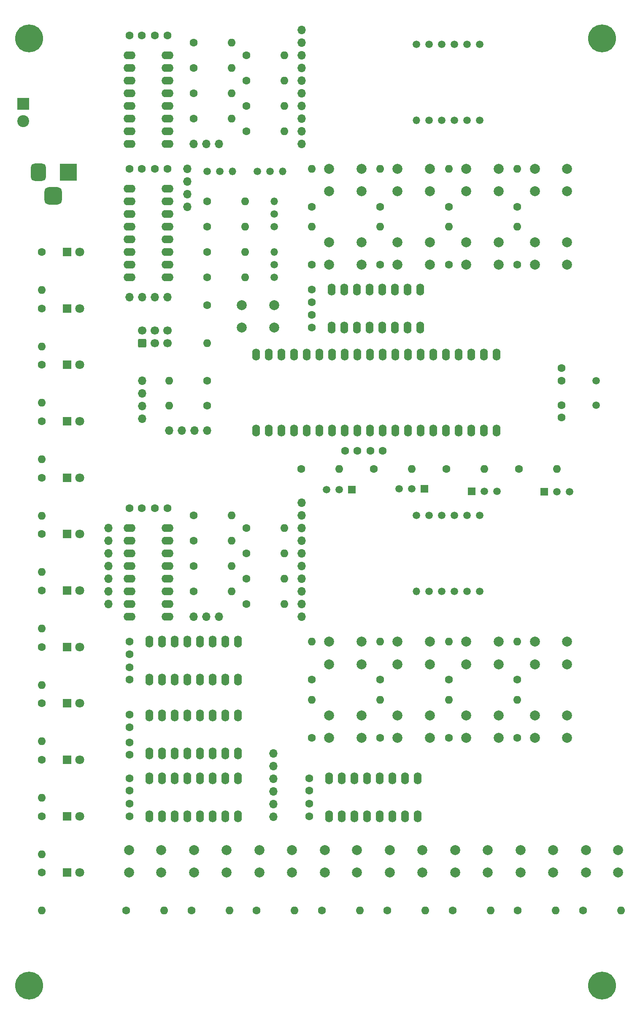
<source format=gbs>
G04 #@! TF.GenerationSoftware,KiCad,Pcbnew,(6.0.7)*
G04 #@! TF.CreationDate,2022-08-11T21:25:13+02:00*
G04 #@! TF.ProjectId,magic_counter,6d616769-635f-4636-9f75-6e7465722e6b,rev?*
G04 #@! TF.SameCoordinates,Original*
G04 #@! TF.FileFunction,Soldermask,Bot*
G04 #@! TF.FilePolarity,Negative*
%FSLAX46Y46*%
G04 Gerber Fmt 4.6, Leading zero omitted, Abs format (unit mm)*
G04 Created by KiCad (PCBNEW (6.0.7)) date 2022-08-11 21:25:13*
%MOMM*%
%LPD*%
G01*
G04 APERTURE LIST*
G04 Aperture macros list*
%AMRoundRect*
0 Rectangle with rounded corners*
0 $1 Rounding radius*
0 $2 $3 $4 $5 $6 $7 $8 $9 X,Y pos of 4 corners*
0 Add a 4 corners polygon primitive as box body*
4,1,4,$2,$3,$4,$5,$6,$7,$8,$9,$2,$3,0*
0 Add four circle primitives for the rounded corners*
1,1,$1+$1,$2,$3*
1,1,$1+$1,$4,$5*
1,1,$1+$1,$6,$7*
1,1,$1+$1,$8,$9*
0 Add four rect primitives between the rounded corners*
20,1,$1+$1,$2,$3,$4,$5,0*
20,1,$1+$1,$4,$5,$6,$7,0*
20,1,$1+$1,$6,$7,$8,$9,0*
20,1,$1+$1,$8,$9,$2,$3,0*%
G04 Aperture macros list end*
%ADD10C,1.600000*%
%ADD11O,1.600000X1.600000*%
%ADD12C,2.000000*%
%ADD13R,1.800000X1.800000*%
%ADD14C,1.800000*%
%ADD15C,5.600000*%
%ADD16C,1.500000*%
%ADD17O,1.700000X1.700000*%
%ADD18R,1.500000X1.500000*%
%ADD19R,3.500000X3.500000*%
%ADD20RoundRect,0.750000X-0.750000X-1.000000X0.750000X-1.000000X0.750000X1.000000X-0.750000X1.000000X0*%
%ADD21RoundRect,0.875000X-0.875000X-0.875000X0.875000X-0.875000X0.875000X0.875000X-0.875000X0.875000X0*%
%ADD22O,1.600000X2.400000*%
%ADD23O,1.500000X1.500000*%
%ADD24R,2.400000X2.400000*%
%ADD25C,2.400000*%
%ADD26O,2.400000X1.600000*%
%ADD27RoundRect,0.250000X0.600000X-0.600000X0.600000X0.600000X-0.600000X0.600000X-0.600000X-0.600000X0*%
%ADD28C,1.700000*%
G04 APERTURE END LIST*
D10*
X81490000Y-43372500D03*
D11*
X89110000Y-43372500D03*
D10*
X70930000Y-130627500D03*
D11*
X78550000Y-130627500D03*
D10*
X73615000Y-67612500D03*
D11*
X81235000Y-67612500D03*
D10*
X40455000Y-140585500D03*
D11*
X40455000Y-148205500D03*
D10*
X92490000Y-116225000D03*
D11*
X100110000Y-116225000D03*
D12*
X77500000Y-197163500D03*
X71000000Y-197163500D03*
X77500000Y-192663500D03*
X71000000Y-192663500D03*
X111826666Y-165607500D03*
X118326666Y-165607500D03*
X111826666Y-170107500D03*
X118326666Y-170107500D03*
X145860000Y-165607500D03*
X139360000Y-165607500D03*
X145860000Y-170107500D03*
X139360000Y-170107500D03*
D10*
X135860000Y-63612500D03*
D11*
X135860000Y-55992500D03*
D13*
X45455000Y-129270000D03*
D14*
X47995000Y-129270000D03*
D12*
X156100000Y-197163500D03*
X149600000Y-197163500D03*
X156100000Y-192663500D03*
X149600000Y-192663500D03*
X132093332Y-150867500D03*
X125593332Y-150867500D03*
X132093332Y-155367500D03*
X125593332Y-155367500D03*
D10*
X60495000Y-29212500D03*
X57995000Y-29212500D03*
X121623332Y-116225000D03*
D11*
X129243332Y-116225000D03*
D15*
X37892700Y-29848300D03*
D10*
X57995000Y-180727500D03*
X57995000Y-178227500D03*
X63115000Y-124087500D03*
X65615000Y-124087500D03*
D16*
X151705000Y-98500000D03*
X151705000Y-103380000D03*
D12*
X103700000Y-197163500D03*
X97200000Y-197163500D03*
X103700000Y-192663500D03*
X97200000Y-192663500D03*
D10*
X81490000Y-48452500D03*
D11*
X89110000Y-48452500D03*
D12*
X132093332Y-55992500D03*
X125593332Y-55992500D03*
X125593332Y-60492500D03*
X132093332Y-60492500D03*
D10*
X73615000Y-77772500D03*
D11*
X81235000Y-77772500D03*
D10*
X70930000Y-135707500D03*
D11*
X78550000Y-135707500D03*
D12*
X111826666Y-55992500D03*
X118326666Y-55992500D03*
X111826666Y-60492500D03*
X118326666Y-60492500D03*
D10*
X73615000Y-83340000D03*
D11*
X73615000Y-90960000D03*
D10*
X107056666Y-116225000D03*
D11*
X114676666Y-116225000D03*
D17*
X92580000Y-123007500D03*
X92580000Y-125547500D03*
X92580000Y-128087500D03*
X92580000Y-130627500D03*
X92580000Y-133167500D03*
X92580000Y-135707500D03*
X92580000Y-138247500D03*
X92580000Y-140787500D03*
X92580000Y-143327500D03*
X92580000Y-145867500D03*
D18*
X117216666Y-120190000D03*
D16*
X114676666Y-120190000D03*
X112136666Y-120190000D03*
D10*
X40455000Y-72692500D03*
D11*
X40455000Y-80312500D03*
D12*
X104560000Y-155367500D03*
X98060000Y-155367500D03*
X98060000Y-150867500D03*
X104560000Y-150867500D03*
D17*
X92580000Y-28132500D03*
X92580000Y-30672500D03*
X92580000Y-33212500D03*
X92580000Y-35752500D03*
X92580000Y-38292500D03*
X92580000Y-40832500D03*
X92580000Y-43372500D03*
X92580000Y-45912500D03*
X92580000Y-48452500D03*
X92580000Y-50992500D03*
D10*
X57995000Y-153367500D03*
X57995000Y-150867500D03*
X57995000Y-168020000D03*
X57995000Y-165520000D03*
X108326666Y-170107500D03*
D11*
X108326666Y-162487500D03*
D10*
X106345000Y-112530000D03*
X108845000Y-112530000D03*
X70440000Y-204783500D03*
D11*
X78060000Y-204783500D03*
D10*
X40455000Y-151901000D03*
D11*
X40455000Y-159521000D03*
D10*
X40455000Y-117954500D03*
D11*
X40455000Y-125574500D03*
D15*
X152892700Y-219848300D03*
D10*
X57995000Y-183347500D03*
X57995000Y-185847500D03*
X122093332Y-75220000D03*
D11*
X122093332Y-67600000D03*
D10*
X109740000Y-204783500D03*
D11*
X117360000Y-204783500D03*
D10*
X73615000Y-72692500D03*
D11*
X81235000Y-72692500D03*
D10*
X40455000Y-174532000D03*
D11*
X40455000Y-182152000D03*
D10*
X40455000Y-106639000D03*
D11*
X40455000Y-114259000D03*
D10*
X144705000Y-103380000D03*
X144705000Y-105880000D03*
D19*
X45730000Y-56700500D03*
D20*
X39730000Y-56700500D03*
D21*
X42730000Y-61400500D03*
D10*
X108326666Y-63612500D03*
D11*
X108326666Y-55992500D03*
D12*
X118326666Y-150867500D03*
X111826666Y-150867500D03*
X118326666Y-155367500D03*
X111826666Y-155367500D03*
D10*
X70930000Y-40832500D03*
D11*
X78550000Y-40832500D03*
D12*
X136500000Y-197163500D03*
X143000000Y-197163500D03*
X143000000Y-192663500D03*
X136500000Y-192663500D03*
D10*
X57995000Y-155987500D03*
X57995000Y-158487500D03*
D13*
X45455000Y-140585500D03*
D14*
X47995000Y-140585500D03*
D10*
X40455000Y-163216500D03*
D11*
X40455000Y-170836500D03*
D10*
X40455000Y-84008000D03*
D11*
X40455000Y-91628000D03*
D13*
X45455000Y-174532000D03*
D14*
X47995000Y-174532000D03*
D10*
X122093332Y-63612500D03*
D11*
X122093332Y-55992500D03*
D12*
X145860000Y-55992500D03*
X139360000Y-55992500D03*
X145860000Y-60492500D03*
X139360000Y-60492500D03*
D22*
X83445000Y-108530000D03*
X85985000Y-108530000D03*
X88525000Y-108530000D03*
X91065000Y-108530000D03*
X93605000Y-108530000D03*
X96145000Y-108530000D03*
X98685000Y-108530000D03*
X101225000Y-108530000D03*
X103765000Y-108530000D03*
X106305000Y-108530000D03*
X108845000Y-108530000D03*
X111385000Y-108530000D03*
X113925000Y-108530000D03*
X116465000Y-108530000D03*
X119005000Y-108530000D03*
X121545000Y-108530000D03*
X124085000Y-108530000D03*
X126625000Y-108530000D03*
X129165000Y-108530000D03*
X131705000Y-108530000D03*
X131705000Y-93290000D03*
X129165000Y-93290000D03*
X126625000Y-93290000D03*
X124085000Y-93290000D03*
X121545000Y-93290000D03*
X119005000Y-93290000D03*
X116465000Y-93290000D03*
X113925000Y-93290000D03*
X111385000Y-93290000D03*
X108845000Y-93290000D03*
X106305000Y-93290000D03*
X103765000Y-93290000D03*
X101225000Y-93290000D03*
X98685000Y-93290000D03*
X96145000Y-93290000D03*
X93605000Y-93290000D03*
X91065000Y-93290000D03*
X88525000Y-93290000D03*
X85985000Y-93290000D03*
X83445000Y-93290000D03*
D12*
X64400000Y-197163500D03*
X57900000Y-197163500D03*
X64400000Y-192663500D03*
X57900000Y-192663500D03*
D23*
X115610000Y-140787500D03*
D16*
X118150000Y-140787500D03*
X120690000Y-140787500D03*
X123230000Y-140787500D03*
X125770000Y-140787500D03*
X128310000Y-140787500D03*
X128310000Y-125547500D03*
X125770000Y-125547500D03*
X123230000Y-125547500D03*
X120690000Y-125547500D03*
X118150000Y-125547500D03*
X115610000Y-125547500D03*
D22*
X61995000Y-173227500D03*
X64535000Y-173227500D03*
X67075000Y-173227500D03*
X69615000Y-173227500D03*
X72155000Y-173227500D03*
X74695000Y-173227500D03*
X77235000Y-173227500D03*
X79775000Y-173227500D03*
X79775000Y-165607500D03*
X77235000Y-165607500D03*
X74695000Y-165607500D03*
X72155000Y-165607500D03*
X69615000Y-165607500D03*
X67075000Y-165607500D03*
X64535000Y-165607500D03*
X61995000Y-165607500D03*
D24*
X36720000Y-42926000D03*
D25*
X36720000Y-46426000D03*
D10*
X108326666Y-75220000D03*
D11*
X108326666Y-67600000D03*
D10*
X57995000Y-171030000D03*
X57995000Y-173530000D03*
X70930000Y-45912500D03*
D11*
X78550000Y-45912500D03*
D10*
X103765000Y-112530000D03*
X101265000Y-112530000D03*
D13*
X45455000Y-84008000D03*
D14*
X47995000Y-84008000D03*
D10*
X83540000Y-204783500D03*
D11*
X91160000Y-204783500D03*
D12*
X132093332Y-70720000D03*
X125593332Y-70720000D03*
X125593332Y-75220000D03*
X132093332Y-75220000D03*
D10*
X40455000Y-185847500D03*
D11*
X40455000Y-193467500D03*
D10*
X81490000Y-128087500D03*
D11*
X89110000Y-128087500D03*
D17*
X70930000Y-145867500D03*
X73470000Y-145867500D03*
X76010000Y-145867500D03*
D10*
X94560000Y-82720000D03*
X94560000Y-80220000D03*
D17*
X70930000Y-50992500D03*
X73470000Y-50992500D03*
X76010000Y-50992500D03*
D10*
X40455000Y-197163500D03*
D11*
X40455000Y-204783500D03*
D22*
X61995000Y-185847500D03*
X64535000Y-185847500D03*
X67075000Y-185847500D03*
X69615000Y-185847500D03*
X72155000Y-185847500D03*
X74695000Y-185847500D03*
X77235000Y-185847500D03*
X79775000Y-185847500D03*
X79775000Y-178227500D03*
X77235000Y-178227500D03*
X74695000Y-178227500D03*
X72155000Y-178227500D03*
X69615000Y-178227500D03*
X67075000Y-178227500D03*
X64535000Y-178227500D03*
X61995000Y-178227500D03*
X98560000Y-87840000D03*
X101100000Y-87840000D03*
X103640000Y-87840000D03*
X106180000Y-87840000D03*
X108720000Y-87840000D03*
X111260000Y-87840000D03*
X113800000Y-87840000D03*
X116340000Y-87840000D03*
X116340000Y-80220000D03*
X113800000Y-80220000D03*
X111260000Y-80220000D03*
X108720000Y-80220000D03*
X106180000Y-80220000D03*
X103640000Y-80220000D03*
X101100000Y-80220000D03*
X98560000Y-80220000D03*
D10*
X70930000Y-125547500D03*
D11*
X78550000Y-125547500D03*
D12*
X98060000Y-55992500D03*
X104560000Y-55992500D03*
X104560000Y-60492500D03*
X98060000Y-60492500D03*
D22*
X98060000Y-185847500D03*
X100600000Y-185847500D03*
X103140000Y-185847500D03*
X105680000Y-185847500D03*
X108220000Y-185847500D03*
X110760000Y-185847500D03*
X113300000Y-185847500D03*
X115840000Y-185847500D03*
X115840000Y-178227500D03*
X113300000Y-178227500D03*
X110760000Y-178227500D03*
X108220000Y-178227500D03*
X105680000Y-178227500D03*
X103140000Y-178227500D03*
X100600000Y-178227500D03*
X98060000Y-178227500D03*
D26*
X57995000Y-128087500D03*
X57995000Y-130627500D03*
X57995000Y-133167500D03*
X57995000Y-135707500D03*
X57995000Y-138247500D03*
X57995000Y-140787500D03*
X57995000Y-143327500D03*
X57995000Y-145867500D03*
X65615000Y-145867500D03*
X65615000Y-143327500D03*
X65615000Y-140787500D03*
X65615000Y-138247500D03*
X65615000Y-135707500D03*
X65615000Y-133167500D03*
X65615000Y-130627500D03*
X65615000Y-128087500D03*
D15*
X152892900Y-29848200D03*
D10*
X94560000Y-63612500D03*
D11*
X94560000Y-55992500D03*
D13*
X45455000Y-95323500D03*
D14*
X47995000Y-95323500D03*
D26*
X57995000Y-33212500D03*
X57995000Y-35752500D03*
X57995000Y-38292500D03*
X57995000Y-40832500D03*
X57995000Y-43372500D03*
X57995000Y-45912500D03*
X57995000Y-48452500D03*
X57995000Y-50992500D03*
X65615000Y-50992500D03*
X65615000Y-48452500D03*
X65615000Y-45912500D03*
X65615000Y-43372500D03*
X65615000Y-40832500D03*
X65615000Y-38292500D03*
X65615000Y-35752500D03*
X65615000Y-33212500D03*
D10*
X73615000Y-62532500D03*
D11*
X81235000Y-62532500D03*
D10*
X81490000Y-38292500D03*
D11*
X89110000Y-38292500D03*
D17*
X60535000Y-98530000D03*
X60535000Y-101070000D03*
X60535000Y-103610000D03*
X60535000Y-106150000D03*
D12*
X129900000Y-197163500D03*
X123400000Y-197163500D03*
X129900000Y-192663500D03*
X123400000Y-192663500D03*
D10*
X94560000Y-158487500D03*
D11*
X94560000Y-150867500D03*
D18*
X126703332Y-120660000D03*
D16*
X129243332Y-120660000D03*
X131783332Y-120660000D03*
D10*
X60495000Y-55992500D03*
X57995000Y-55992500D03*
X40455000Y-95323500D03*
D11*
X40455000Y-102943500D03*
D23*
X78695000Y-56532500D03*
D16*
X76155000Y-56532500D03*
X73615000Y-56532500D03*
D12*
X98060000Y-70720000D03*
X104560000Y-70720000D03*
X104560000Y-75220000D03*
X98060000Y-75220000D03*
D17*
X73615000Y-108530000D03*
X71075000Y-108530000D03*
X68535000Y-108530000D03*
X65995000Y-108530000D03*
D10*
X63115000Y-55992500D03*
X65615000Y-55992500D03*
D12*
X98060000Y-165607500D03*
X104560000Y-165607500D03*
X98060000Y-170107500D03*
X104560000Y-170107500D03*
D13*
X45455000Y-106639000D03*
D14*
X47995000Y-106639000D03*
D12*
X111826666Y-70720000D03*
X118326666Y-70720000D03*
X111826666Y-75220000D03*
X118326666Y-75220000D03*
D10*
X73615000Y-103530000D03*
D11*
X65995000Y-103530000D03*
D10*
X63115000Y-29212500D03*
X65615000Y-29212500D03*
X136190000Y-116225000D03*
D11*
X143810000Y-116225000D03*
D10*
X122093332Y-158487500D03*
D11*
X122093332Y-150867500D03*
D10*
X122840000Y-204783500D03*
D11*
X130460000Y-204783500D03*
D23*
X88775000Y-56532500D03*
D16*
X86235000Y-56532500D03*
X83695000Y-56532500D03*
D10*
X94060000Y-183347500D03*
X94060000Y-185847500D03*
X81490000Y-133167500D03*
D11*
X89110000Y-133167500D03*
D10*
X135860000Y-75220000D03*
D11*
X135860000Y-67600000D03*
D17*
X53830000Y-143327500D03*
X53830000Y-140787500D03*
X53830000Y-138247500D03*
X53830000Y-135707500D03*
X53830000Y-133167500D03*
X53830000Y-130627500D03*
X53830000Y-128087500D03*
D13*
X45455000Y-185847500D03*
D14*
X47995000Y-185847500D03*
D10*
X135860000Y-170107500D03*
D11*
X135860000Y-162487500D03*
D26*
X57995000Y-59992500D03*
X57995000Y-62532500D03*
X57995000Y-65072500D03*
X57995000Y-67612500D03*
X57995000Y-70152500D03*
X57995000Y-72692500D03*
X57995000Y-75232500D03*
X57995000Y-77772500D03*
X65615000Y-77772500D03*
X65615000Y-75232500D03*
X65615000Y-72692500D03*
X65615000Y-70152500D03*
X65615000Y-67612500D03*
X65615000Y-65072500D03*
X65615000Y-62532500D03*
X65615000Y-59992500D03*
D10*
X40455000Y-129270000D03*
D11*
X40455000Y-136890000D03*
D10*
X81490000Y-33212500D03*
D11*
X89110000Y-33212500D03*
D10*
X122093332Y-170107500D03*
D11*
X122093332Y-162487500D03*
D23*
X87055000Y-72692500D03*
D16*
X87055000Y-75232500D03*
X87055000Y-77772500D03*
D17*
X65615000Y-81772500D03*
X63075000Y-81772500D03*
X60535000Y-81772500D03*
X57995000Y-81772500D03*
D10*
X94560000Y-75220000D03*
D11*
X94560000Y-67600000D03*
D10*
X70930000Y-35752500D03*
D11*
X78550000Y-35752500D03*
D10*
X94560000Y-85340000D03*
X94560000Y-87840000D03*
X135940000Y-204783500D03*
D11*
X143560000Y-204783500D03*
D13*
X45455000Y-197163500D03*
D14*
X47995000Y-197163500D03*
D10*
X96640000Y-204783500D03*
D11*
X104260000Y-204783500D03*
D15*
X37892900Y-219848200D03*
D10*
X70930000Y-30672500D03*
D11*
X78550000Y-30672500D03*
D10*
X73615000Y-98530000D03*
D11*
X65995000Y-98530000D03*
D12*
X145860000Y-70720000D03*
X139360000Y-70720000D03*
X139360000Y-75220000D03*
X145860000Y-75220000D03*
X110300000Y-197163500D03*
X116800000Y-197163500D03*
X110300000Y-192663500D03*
X116800000Y-192663500D03*
D22*
X61995000Y-158487500D03*
X64535000Y-158487500D03*
X67075000Y-158487500D03*
X69615000Y-158487500D03*
X72155000Y-158487500D03*
X74695000Y-158487500D03*
X77235000Y-158487500D03*
X79775000Y-158487500D03*
X79775000Y-150867500D03*
X77235000Y-150867500D03*
X74695000Y-150867500D03*
X72155000Y-150867500D03*
X69615000Y-150867500D03*
X67075000Y-150867500D03*
X64535000Y-150867500D03*
X61995000Y-150867500D03*
D17*
X86880000Y-173227500D03*
X86880000Y-175767500D03*
X86880000Y-178307500D03*
X86880000Y-180847500D03*
X86880000Y-183387500D03*
X86880000Y-185927500D03*
D13*
X45455000Y-151901000D03*
D14*
X47995000Y-151901000D03*
D10*
X94060000Y-180727500D03*
X94060000Y-178227500D03*
D12*
X139360000Y-150867500D03*
X145860000Y-150867500D03*
X139360000Y-155367500D03*
X145860000Y-155367500D03*
D10*
X70930000Y-140787500D03*
D11*
X78550000Y-140787500D03*
D18*
X102650000Y-120380000D03*
D16*
X100110000Y-120380000D03*
X97570000Y-120380000D03*
D10*
X81490000Y-143327500D03*
D11*
X89110000Y-143327500D03*
D12*
X132093332Y-165607500D03*
X125593332Y-165607500D03*
X125593332Y-170107500D03*
X132093332Y-170107500D03*
D27*
X60535000Y-90960000D03*
D28*
X60535000Y-88420000D03*
X63075000Y-90960000D03*
X63075000Y-88420000D03*
X65615000Y-90960000D03*
X65615000Y-88420000D03*
D23*
X115610000Y-46272500D03*
D16*
X118150000Y-46272500D03*
X120690000Y-46272500D03*
X123230000Y-46272500D03*
X125770000Y-46272500D03*
X128310000Y-46272500D03*
X128310000Y-31032500D03*
X125770000Y-31032500D03*
X123230000Y-31032500D03*
X120690000Y-31032500D03*
X118150000Y-31032500D03*
X115610000Y-31032500D03*
D18*
X141270000Y-120760000D03*
D16*
X143810000Y-120760000D03*
X146350000Y-120760000D03*
D10*
X81490000Y-138247500D03*
D11*
X89110000Y-138247500D03*
D17*
X69615000Y-55992500D03*
X69615000Y-58532500D03*
X69615000Y-61072500D03*
X69615000Y-63612500D03*
D12*
X80555000Y-87840000D03*
X87055000Y-87840000D03*
X80555000Y-83340000D03*
X87055000Y-83340000D03*
D13*
X45455000Y-117954500D03*
D14*
X47995000Y-117954500D03*
D10*
X135860000Y-158487500D03*
D11*
X135860000Y-150867500D03*
D10*
X60495000Y-124087500D03*
X57995000Y-124087500D03*
D23*
X87055000Y-62532500D03*
D16*
X87055000Y-65072500D03*
X87055000Y-67612500D03*
D10*
X94560000Y-170107500D03*
D11*
X94560000Y-162487500D03*
D12*
X84100000Y-197163500D03*
X90600000Y-197163500D03*
X84100000Y-192663500D03*
X90600000Y-192663500D03*
D13*
X45455000Y-72692500D03*
D14*
X47995000Y-72692500D03*
D10*
X108326666Y-158487500D03*
D11*
X108326666Y-150867500D03*
D10*
X57340000Y-204783500D03*
D11*
X64960000Y-204783500D03*
D13*
X45455000Y-163216500D03*
D14*
X47995000Y-163216500D03*
D10*
X144705000Y-98500000D03*
X144705000Y-96000000D03*
X149040000Y-204783500D03*
D11*
X156660000Y-204783500D03*
M02*

</source>
